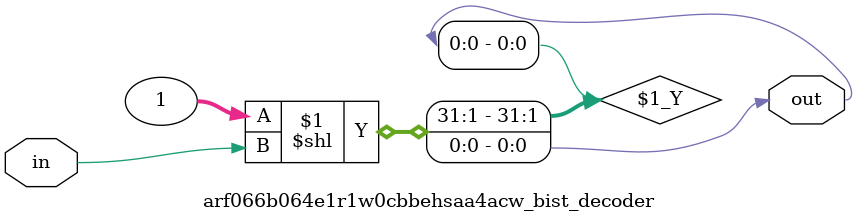
<source format=sv>

`ifndef ARF066B064E1R1W0CBBEHSAA4ACW_BIST_DECODER_SV
`define ARF066B064E1R1W0CBBEHSAA4ACW_BIST_DECODER_SV

module arf066b064e1r1w0cbbehsaa4acw_bist_decoder # (
  parameter IN_WIDTH  = 1,
  parameter OUT_WIDTH = 1
)
(
  input  logic [IN_WIDTH-1:0]  in,
  output logic [OUT_WIDTH-1:0] out
);
  
  assign out = 'b1 << in;

endmodule // arf066b064e1r1w0cbbehsaa4acw_bist_decoder

`endif // ARF066B064E1R1W0CBBEHSAA4ACW_BIST_DECODER_SV
</source>
